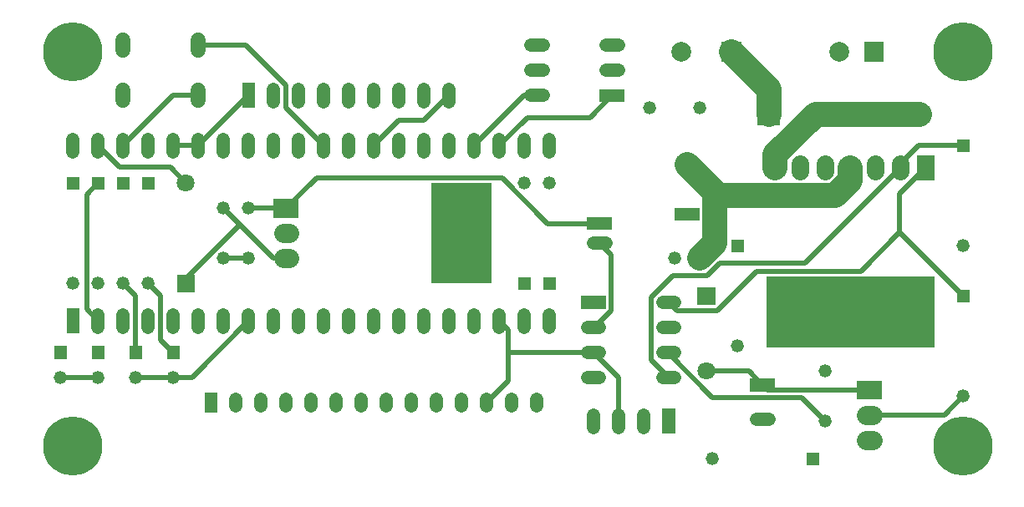
<source format=gbl>
%FSLAX24Y24*%
%MOIN*%
%ADD10C,0.0200*%
%ADD11C,0.0520*%
%ADD12C,0.0600*%
%ADD13C,0.0700*%
%ADD14C,0.0709*%
%ADD15C,0.0750*%
%ADD16C,0.0787*%
%ADD17C,0.0906*%
%ADD18C,0.1000*%
%ADD19C,0.2362*%
D10*
G01X35000Y13125D02*
X35000Y13269D01*
X35000Y13269D02*
X35730Y14000D01*
X35730Y14000D02*
X37500Y14000D01*
X25749Y4750D02*
X25048Y5451D01*
X25048Y5451D02*
X25048Y7940D01*
X25048Y7940D02*
X25908Y8799D01*
X25908Y8799D02*
X27289Y8799D01*
X27289Y8799D02*
X27789Y9299D01*
X27789Y9299D02*
X31174Y9299D01*
X31174Y9299D02*
X35000Y13125D01*
X20500Y16000D02*
X20000Y16000D01*
X20000Y16000D02*
X18000Y14000D01*
X3999Y8499D02*
X4500Y8000D01*
X4500Y8000D02*
X4500Y5749D01*
X25749Y5750D02*
X25750Y5694D01*
X25750Y5694D02*
X27494Y3949D01*
X27494Y3949D02*
X31050Y3949D01*
X31050Y3949D02*
X32000Y3000D01*
X8653Y10846D02*
X6500Y8693D01*
X6500Y8693D02*
X6500Y8487D01*
X10500Y9500D02*
X10000Y9500D01*
X10000Y9500D02*
X8653Y10846D01*
X8653Y10846D02*
X8000Y11500D01*
X6000Y14000D02*
X7000Y14000D01*
X7000Y14000D02*
X9000Y16000D01*
X12000Y14000D02*
X10500Y15500D01*
X10500Y15500D02*
X10500Y16400D01*
X10500Y16400D02*
X8900Y18000D01*
X8900Y18000D02*
X6999Y18000D01*
X6000Y5749D02*
X5500Y6250D01*
X5500Y6250D02*
X5500Y8000D01*
X5500Y8000D02*
X5000Y8499D01*
X33750Y3249D02*
X36750Y3250D01*
X36750Y3250D02*
X37500Y4000D01*
X27250Y4999D02*
X28938Y5000D01*
X28938Y5000D02*
X29500Y4438D01*
X29500Y4438D02*
X29688Y4250D01*
X29688Y4250D02*
X33750Y4249D01*
X23000Y10893D02*
X20930Y10893D01*
X20930Y10893D02*
X19117Y12707D01*
X19117Y12707D02*
X11707Y12707D01*
X11707Y12707D02*
X10500Y11500D01*
X10500Y11500D02*
X9000Y11500D01*
X3000Y12499D02*
X2537Y12037D01*
X2537Y12037D02*
X2537Y7462D01*
X2537Y7462D02*
X3000Y7000D01*
X19345Y5750D02*
X19345Y4595D01*
X19345Y4595D02*
X18500Y3750D01*
X19000Y7000D02*
X19345Y6654D01*
X19345Y6654D02*
X19345Y5750D01*
X22749Y5750D02*
X19345Y5750D01*
X4000Y14000D02*
X6000Y16000D01*
X6000Y16000D02*
X6999Y16000D01*
X9000Y9500D02*
X7999Y9500D01*
X9000Y7000D02*
X6750Y4750D01*
X6750Y4750D02*
X6000Y4749D01*
X6000Y4749D02*
X4500Y4749D01*
X3000Y4749D02*
X1500Y4749D01*
X14000Y14000D02*
X15000Y15000D01*
X15000Y15000D02*
X16000Y15000D01*
X16000Y15000D02*
X17000Y16000D01*
X23500Y16000D02*
X22615Y15115D01*
X22615Y15115D02*
X20115Y15115D01*
X20115Y15115D02*
X19000Y14000D01*
X23750Y3000D02*
X23750Y4750D01*
X23750Y4750D02*
X22749Y5750D01*
X23000Y10106D02*
X23450Y9656D01*
X23450Y9656D02*
X23450Y7407D01*
X23450Y7407D02*
X22792Y6750D01*
X22792Y6750D02*
X22749Y6750D01*
X25749Y7750D02*
X26072Y7427D01*
X26072Y7427D02*
X27694Y7427D01*
X27694Y7427D02*
X29260Y8992D01*
X29260Y8992D02*
X33406Y8992D01*
X33406Y8992D02*
X34957Y10542D01*
X34957Y10542D02*
X34957Y12082D01*
X34957Y12082D02*
X36000Y13125D01*
X34957Y10542D02*
X37500Y8000D01*
X3000Y14000D02*
X3870Y13130D01*
X3870Y13130D02*
X5882Y13130D01*
X5882Y13130D02*
X6500Y12512D01*
D11*
G01X25000Y15500D03*
X27000Y15500D03*
X20000Y12500D03*
X21000Y12500D03*
X37500Y10000D03*
X37500Y4000D03*
X26000Y9500D03*
X32000Y5000D03*
X32000Y3000D03*
X1500Y4749D03*
X6000Y4749D03*
X4500Y4749D03*
X3000Y4749D03*
X1999Y8499D03*
X2999Y8499D03*
X4000Y8499D03*
X5000Y8499D03*
X9000Y9500D03*
X9000Y11500D03*
X8000Y9500D03*
X8000Y11500D03*
X28500Y6000D03*
X27500Y1500D03*
X29740Y3061D02*
X29260Y3061D01*
X26260Y13234D02*
X26740Y13234D01*
X25510Y5750D02*
X25989Y5750D01*
X22510Y6750D02*
X22990Y6750D01*
X25510Y7750D02*
X25989Y7750D01*
X25510Y4750D02*
X25989Y4750D01*
X25510Y6750D02*
X25989Y6750D01*
X22510Y5750D02*
X22990Y5750D01*
X22510Y4750D02*
X22990Y4750D01*
X8000Y13760D02*
X8000Y14239D01*
X13000Y13760D02*
X13000Y14239D01*
X20000Y13760D02*
X20000Y14239D01*
X2000Y13760D02*
X2000Y14239D01*
X8000Y6759D02*
X8000Y7240D01*
X12000Y13760D02*
X12000Y14239D01*
X16000Y6759D02*
X16000Y7240D01*
X5000Y13760D02*
X5000Y14239D01*
X10000Y13760D02*
X10000Y14239D01*
X18000Y13760D02*
X18000Y14239D01*
X17000Y6759D02*
X17000Y7240D01*
X3000Y6759D02*
X3000Y7240D01*
X4000Y13760D02*
X4000Y14239D01*
X15000Y6759D02*
X15000Y7240D01*
X17000Y13760D02*
X17000Y14239D01*
X6000Y6759D02*
X6000Y7240D01*
X9000Y6759D02*
X9000Y7240D01*
X19000Y6759D02*
X19000Y7240D01*
X11000Y6759D02*
X11000Y7240D01*
X16000Y13760D02*
X16000Y14239D01*
X6000Y13760D02*
X6000Y14239D01*
X13000Y6759D02*
X13000Y7240D01*
X21000Y13760D02*
X21000Y14239D01*
X15000Y13760D02*
X15000Y14239D01*
X10000Y6759D02*
X10000Y7240D01*
X3000Y13760D02*
X3000Y14239D01*
X5000Y6759D02*
X5000Y7240D01*
X18000Y6759D02*
X18000Y7240D01*
X7000Y6759D02*
X7000Y7240D01*
X14000Y6759D02*
X14000Y7240D01*
X20000Y6759D02*
X20000Y7240D01*
X12000Y6759D02*
X12000Y7240D01*
X11000Y13760D02*
X11000Y14239D01*
X4000Y6759D02*
X4000Y7240D01*
X7000Y13760D02*
X7000Y14239D01*
X14000Y13760D02*
X14000Y14239D01*
X9000Y13760D02*
X9000Y14239D01*
X21000Y6759D02*
X21000Y7240D01*
X19000Y13760D02*
X19000Y14239D01*
X22749Y3240D02*
X22749Y2760D01*
X24750Y3240D02*
X24750Y2760D01*
X23750Y3240D02*
X23750Y2760D01*
X17000Y15760D02*
X17000Y16240D01*
X13000Y15760D02*
X13000Y16240D01*
X16000Y15760D02*
X16000Y16240D01*
X10000Y15760D02*
X10000Y16240D01*
X12000Y15760D02*
X12000Y16240D01*
X14000Y15760D02*
X14000Y16240D01*
X15000Y15760D02*
X15000Y16240D01*
X10999Y15760D02*
X10999Y16240D01*
X23740Y17000D02*
X23260Y17000D01*
X20740Y17000D02*
X20260Y17000D01*
X20740Y18000D02*
X20260Y18000D01*
X20740Y16000D02*
X20260Y16000D01*
X23740Y18000D02*
X23260Y18000D01*
X13499Y3610D02*
X13499Y3890D01*
X14500Y3610D02*
X14500Y3890D01*
X12500Y3610D02*
X12500Y3890D01*
X8500Y3610D02*
X8500Y3890D01*
X10500Y3610D02*
X10500Y3890D01*
X16500Y3610D02*
X16500Y3890D01*
X11500Y3610D02*
X11500Y3890D01*
X17500Y3610D02*
X17500Y3890D01*
X19499Y3610D02*
X19499Y3890D01*
X9500Y3610D02*
X9500Y3890D01*
X20500Y3610D02*
X20500Y3890D01*
X15500Y3610D02*
X15500Y3890D01*
X18500Y3610D02*
X18500Y3890D01*
X23239Y10106D02*
X22759Y10106D01*
D12*
G01X3999Y18200D02*
X3999Y17800D01*
X3999Y16200D02*
X3999Y15800D01*
X6999Y16200D02*
X6999Y15800D01*
X6999Y18200D02*
X6999Y17800D01*
D13*
G01X32000Y13275D02*
X32000Y12975D01*
X31000Y13275D02*
X31000Y12975D01*
X30000Y13275D02*
X30000Y12975D01*
X35000Y13275D02*
X35000Y12975D01*
X33000Y13275D02*
X33000Y12975D01*
X34000Y13275D02*
X34000Y12975D01*
D14*
G01X6500Y12512D03*
X27250Y4999D03*
D15*
G01X33625Y2249D02*
X33875Y2249D01*
X33625Y3249D02*
X33875Y3249D01*
X10375Y10500D02*
X10625Y10500D01*
X10375Y9500D02*
X10625Y9500D01*
D16*
G01X26250Y17750D03*
X32561Y17750D03*
D17*
G01X35750Y15250D03*
D18*
G01X30000Y13125D02*
X30000Y13633D01*
X30000Y13633D02*
X31616Y15250D01*
X31616Y15250D02*
X35749Y15250D01*
X27600Y12020D02*
X32400Y12020D01*
X32400Y12020D02*
X33000Y12620D01*
X33000Y12620D02*
X33000Y13125D01*
X27000Y9500D02*
X27600Y10100D01*
X27600Y10100D02*
X27600Y12020D01*
X27600Y12020D02*
X27600Y12134D01*
X27600Y12134D02*
X26500Y13234D01*
X28249Y17750D02*
X29750Y16250D01*
X29750Y16250D02*
X29750Y15250D01*
D19*
G01X2000Y2000D03*
X2000Y17750D03*
X37500Y17750D03*
X37500Y2000D03*
G36*
X29000Y4698D02*G01*
X28999Y4178D01*X30000Y4178D01*X30000Y4698D01*G37*
G36*
X27000Y11525D02*G01*
X26000Y11525D01*X26000Y11005D01*X27000Y11005D01*G37*
G36*
X27856Y17356D02*G01*
X28643Y17356D01*X28643Y18143D01*X27856Y18143D01*G37*
G36*
X35650Y12625D02*G01*
X36350Y12625D01*X36350Y13625D01*X35650Y13625D01*G37*
G36*
X29653Y5957D02*G01*
X36346Y5957D01*X36346Y8792D01*X29653Y8792D01*G37*
G36*
X19739Y8760D02*G01*
X19739Y8240D01*X20259Y8240D01*X20259Y8760D01*G37*
G36*
X20739Y8760D02*G01*
X20739Y8240D01*X21259Y8240D01*X21259Y8760D01*G37*
G36*
X23249Y7490D02*G01*
X23249Y8010D01*X22250Y8010D01*X22250Y7490D01*G37*
G36*
X37760Y13740D02*G01*
X37760Y14260D01*X37240Y14260D01*X37240Y13740D01*G37*
G36*
X37760Y7740D02*G01*
X37760Y8260D01*X37240Y8260D01*X37240Y7740D01*G37*
G36*
X26740Y9240D02*G01*
X27260Y9240D01*X27260Y9760D01*X26740Y9760D01*G37*
G36*
X2260Y7500D02*G01*
X1740Y7500D01*X1740Y6500D01*X2260Y6500D01*G37*
G36*
X25490Y2500D02*G01*
X26010Y2500D01*X26010Y3500D01*X25490Y3500D01*G37*
G36*
X34250Y3874D02*G01*
X34250Y4625D01*X33250Y4625D01*X33250Y3875D01*G37*
G36*
X30202Y15702D02*G01*
X29297Y15702D01*X29297Y14797D01*X30202Y14797D01*G37*
G36*
X6145Y8841D02*G01*
X6145Y8133D01*X6854Y8133D01*X6854Y8841D01*G37*
G36*
X1760Y5489D02*G01*
X1760Y6009D01*X1240Y6009D01*X1240Y5489D01*G37*
G36*
X6260Y5489D02*G01*
X6260Y6009D01*X5740Y6009D01*X5740Y5489D01*G37*
G36*
X4760Y5489D02*G01*
X4760Y6009D01*X4240Y6009D01*X4240Y5489D01*G37*
G36*
X3260Y5489D02*G01*
X3260Y6009D01*X2740Y6009D01*X2740Y5489D01*G37*
G36*
X2260Y12239D02*G01*
X2260Y12759D01*X1740Y12759D01*X1740Y12239D01*G37*
G36*
X3260Y12239D02*G01*
X3260Y12759D01*X2740Y12759D01*X2740Y12239D01*G37*
G36*
X4260Y12239D02*G01*
X4260Y12759D01*X3740Y12759D01*X3740Y12239D01*G37*
G36*
X5260Y12239D02*G01*
X5260Y12759D01*X4740Y12759D01*X4740Y12239D01*G37*
G36*
X9260Y16500D02*G01*
X8740Y16500D01*X8740Y15500D01*X9260Y15500D01*G37*
G36*
X23000Y16260D02*G01*
X23000Y15740D01*X24000Y15740D01*X24000Y16260D01*G37*
G36*
X33545Y17356D02*G01*
X34332Y17356D01*X34332Y18143D01*X33545Y18143D01*G37*
G36*
X18699Y8499D02*G01*
X18700Y12499D01*X16300Y12500D01*X16300Y8499D01*G37*
G36*
X11000Y11125D02*G01*
X11000Y11875D01*X10000Y11875D01*X10000Y11125D01*G37*
G36*
X7760Y4150D02*G01*
X7240Y4150D01*X7240Y3350D01*X7760Y3350D01*G37*
G36*
X22499Y11153D02*G01*
X22499Y10633D01*X23500Y10633D01*X23500Y11153D01*G37*
G36*
X28760Y9740D02*G01*
X28760Y10260D01*X28240Y10260D01*X28240Y9740D01*G37*
G36*
X27604Y7645D02*G01*
X27604Y8354D01*X26895Y8354D01*X26895Y7645D01*G37*
G36*
X31240Y1240D02*G01*
X31760Y1240D01*X31760Y1760D01*X31240Y1760D01*G37*
M02*

</source>
